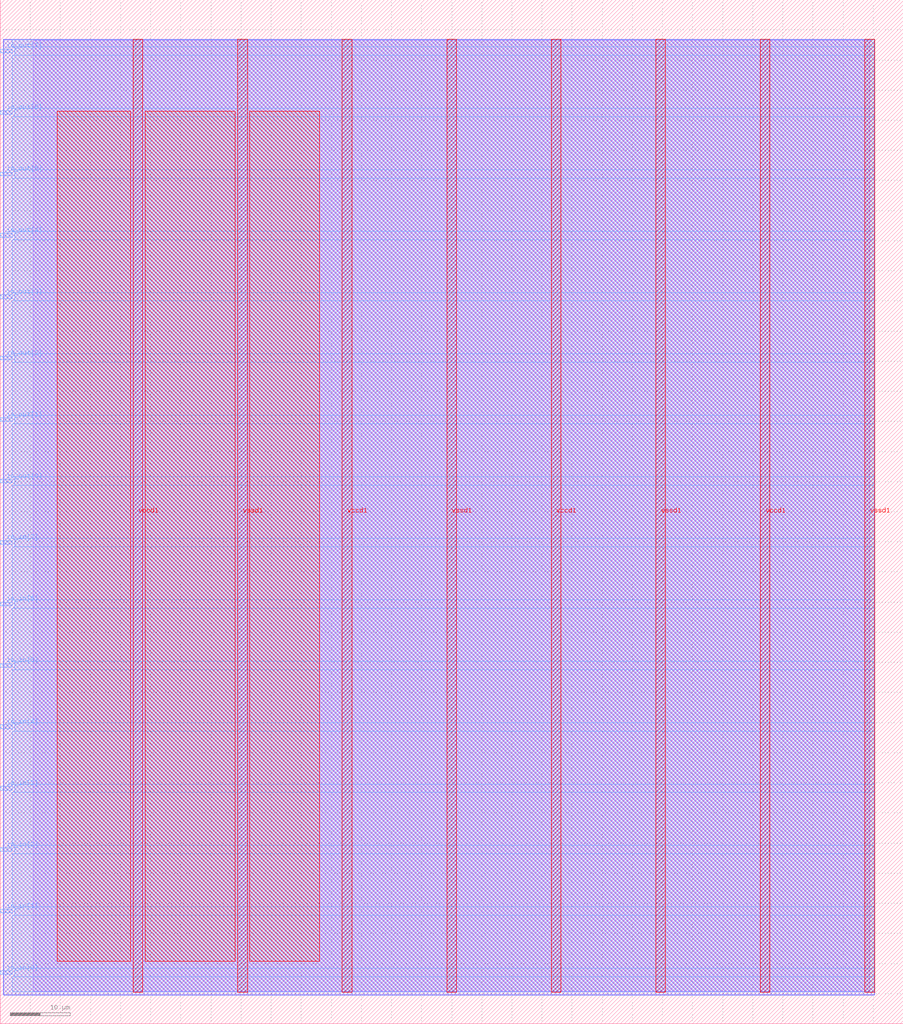
<source format=lef>
VERSION 5.7 ;
  NOWIREEXTENSIONATPIN ON ;
  DIVIDERCHAR "/" ;
  BUSBITCHARS "[]" ;
MACRO tt2_tholin_diceroll
  CLASS BLOCK ;
  FOREIGN tt2_tholin_diceroll ;
  ORIGIN 0.000 0.000 ;
  SIZE 150.000 BY 170.000 ;
  PIN io_in[0]
    DIRECTION INPUT ;
    USE SIGNAL ;
    PORT
      LAYER met3 ;
        RECT 0.000 8.200 2.000 8.800 ;
    END
  END io_in[0]
  PIN io_in[1]
    DIRECTION INPUT ;
    USE SIGNAL ;
    PORT
      LAYER met3 ;
        RECT 0.000 18.400 2.000 19.000 ;
    END
  END io_in[1]
  PIN io_in[2]
    DIRECTION INPUT ;
    USE SIGNAL ;
    PORT
      LAYER met3 ;
        RECT 0.000 28.600 2.000 29.200 ;
    END
  END io_in[2]
  PIN io_in[3]
    DIRECTION INPUT ;
    USE SIGNAL ;
    PORT
      LAYER met3 ;
        RECT 0.000 38.800 2.000 39.400 ;
    END
  END io_in[3]
  PIN io_in[4]
    DIRECTION INPUT ;
    USE SIGNAL ;
    PORT
      LAYER met3 ;
        RECT 0.000 49.000 2.000 49.600 ;
    END
  END io_in[4]
  PIN io_in[5]
    DIRECTION INPUT ;
    USE SIGNAL ;
    PORT
      LAYER met3 ;
        RECT 0.000 59.200 2.000 59.800 ;
    END
  END io_in[5]
  PIN io_in[6]
    DIRECTION INPUT ;
    USE SIGNAL ;
    PORT
      LAYER met3 ;
        RECT 0.000 69.400 2.000 70.000 ;
    END
  END io_in[6]
  PIN io_in[7]
    DIRECTION INPUT ;
    USE SIGNAL ;
    PORT
      LAYER met3 ;
        RECT 0.000 79.600 2.000 80.200 ;
    END
  END io_in[7]
  PIN io_out[0]
    DIRECTION OUTPUT TRISTATE ;
    USE SIGNAL ;
    PORT
      LAYER met3 ;
        RECT 0.000 89.800 2.000 90.400 ;
    END
  END io_out[0]
  PIN io_out[1]
    DIRECTION OUTPUT TRISTATE ;
    USE SIGNAL ;
    PORT
      LAYER met3 ;
        RECT 0.000 100.000 2.000 100.600 ;
    END
  END io_out[1]
  PIN io_out[2]
    DIRECTION OUTPUT TRISTATE ;
    USE SIGNAL ;
    PORT
      LAYER met3 ;
        RECT 0.000 110.200 2.000 110.800 ;
    END
  END io_out[2]
  PIN io_out[3]
    DIRECTION OUTPUT TRISTATE ;
    USE SIGNAL ;
    PORT
      LAYER met3 ;
        RECT 0.000 120.400 2.000 121.000 ;
    END
  END io_out[3]
  PIN io_out[4]
    DIRECTION OUTPUT TRISTATE ;
    USE SIGNAL ;
    PORT
      LAYER met3 ;
        RECT 0.000 130.600 2.000 131.200 ;
    END
  END io_out[4]
  PIN io_out[5]
    DIRECTION OUTPUT TRISTATE ;
    USE SIGNAL ;
    PORT
      LAYER met3 ;
        RECT 0.000 140.800 2.000 141.400 ;
    END
  END io_out[5]
  PIN io_out[6]
    DIRECTION OUTPUT TRISTATE ;
    USE SIGNAL ;
    PORT
      LAYER met3 ;
        RECT 0.000 151.000 2.000 151.600 ;
    END
  END io_out[6]
  PIN io_out[7]
    DIRECTION OUTPUT TRISTATE ;
    USE SIGNAL ;
    PORT
      LAYER met3 ;
        RECT 0.000 161.200 2.000 161.800 ;
    END
  END io_out[7]
  PIN vccd1
    DIRECTION INOUT ;
    USE POWER ;
    PORT
      LAYER met4 ;
        RECT 22.085 5.200 23.685 163.440 ;
    END
    PORT
      LAYER met4 ;
        RECT 56.815 5.200 58.415 163.440 ;
    END
    PORT
      LAYER met4 ;
        RECT 91.545 5.200 93.145 163.440 ;
    END
    PORT
      LAYER met4 ;
        RECT 126.275 5.200 127.875 163.440 ;
    END
  END vccd1
  PIN vssd1
    DIRECTION INOUT ;
    USE GROUND ;
    PORT
      LAYER met4 ;
        RECT 39.450 5.200 41.050 163.440 ;
    END
    PORT
      LAYER met4 ;
        RECT 74.180 5.200 75.780 163.440 ;
    END
    PORT
      LAYER met4 ;
        RECT 108.910 5.200 110.510 163.440 ;
    END
    PORT
      LAYER met4 ;
        RECT 143.640 5.200 145.240 163.440 ;
    END
  END vssd1
  OBS
      LAYER li1 ;
        RECT 5.520 5.355 144.440 163.285 ;
      LAYER met1 ;
        RECT 0.530 4.800 145.240 163.440 ;
      LAYER met2 ;
        RECT 0.560 4.770 145.210 163.385 ;
      LAYER met3 ;
        RECT 2.000 162.200 145.230 163.365 ;
        RECT 2.400 160.800 145.230 162.200 ;
        RECT 2.000 152.000 145.230 160.800 ;
        RECT 2.400 150.600 145.230 152.000 ;
        RECT 2.000 141.800 145.230 150.600 ;
        RECT 2.400 140.400 145.230 141.800 ;
        RECT 2.000 131.600 145.230 140.400 ;
        RECT 2.400 130.200 145.230 131.600 ;
        RECT 2.000 121.400 145.230 130.200 ;
        RECT 2.400 120.000 145.230 121.400 ;
        RECT 2.000 111.200 145.230 120.000 ;
        RECT 2.400 109.800 145.230 111.200 ;
        RECT 2.000 101.000 145.230 109.800 ;
        RECT 2.400 99.600 145.230 101.000 ;
        RECT 2.000 90.800 145.230 99.600 ;
        RECT 2.400 89.400 145.230 90.800 ;
        RECT 2.000 80.600 145.230 89.400 ;
        RECT 2.400 79.200 145.230 80.600 ;
        RECT 2.000 70.400 145.230 79.200 ;
        RECT 2.400 69.000 145.230 70.400 ;
        RECT 2.000 60.200 145.230 69.000 ;
        RECT 2.400 58.800 145.230 60.200 ;
        RECT 2.000 50.000 145.230 58.800 ;
        RECT 2.400 48.600 145.230 50.000 ;
        RECT 2.000 39.800 145.230 48.600 ;
        RECT 2.400 38.400 145.230 39.800 ;
        RECT 2.000 29.600 145.230 38.400 ;
        RECT 2.400 28.200 145.230 29.600 ;
        RECT 2.000 19.400 145.230 28.200 ;
        RECT 2.400 18.000 145.230 19.400 ;
        RECT 2.000 9.200 145.230 18.000 ;
        RECT 2.400 7.800 145.230 9.200 ;
        RECT 2.000 5.275 145.230 7.800 ;
      LAYER met4 ;
        RECT 9.495 10.375 21.685 151.465 ;
        RECT 24.085 10.375 39.050 151.465 ;
        RECT 41.450 10.375 53.065 151.465 ;
  END
END tt2_tholin_diceroll
END LIBRARY


</source>
